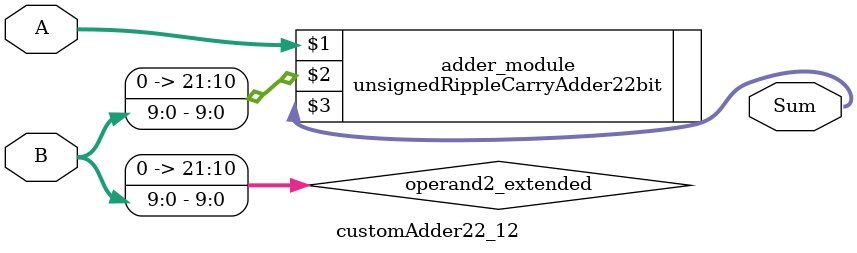
<source format=v>

module customAdder22_12(
                    input [21 : 0] A,
                    input [9 : 0] B,
                    
                    output [22 : 0] Sum
            );

    wire [21 : 0] operand2_extended;
    
    assign operand2_extended =  {12'b0, B};
    
    unsignedRippleCarryAdder22bit adder_module(
        A,
        operand2_extended,
        Sum
    );
    
endmodule
        
</source>
